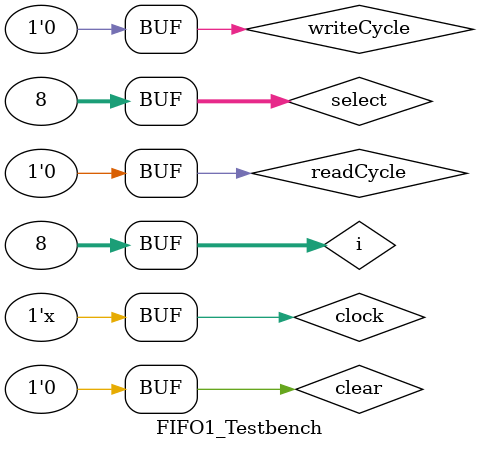
<source format=v>

/*
	Simulation system asserts hard "Clear" for first 100ns
*/	



/*
    FIFO_Testbench - test empty/full logic
*/

`timescale 1ns / 1ps

module FIFO1_Testbench;

    localparam DataWidth = 8; 

    reg  [DataWidth-1:0] testPatterns [0:15];
    wire [DataWidth-1:0] readData;
    reg  clock = 0;
    reg  clear = 0;
    wire empty, full;
    reg  writeCycle = 0;
    reg  readCycle = 0;
    
    integer  select = 0;
    integer i;
    
    FIFO1 #(.DataWidth (DataWidth),
            .AddrWidth (4))
        U1 (.Clk (clock),
            .Clr (clear),
            .Empty (empty),
            .Full (full),
            .WriteData (testPatterns [select]),
            .ReadData (readData),
            .WriteCycle (writeCycle),
            .ReadCycle (readCycle));  
  
    //
    // test bench initializations
    //    
    
    initial
    begin
        for (i=0; i<16; i=i+1)
            testPatterns [i] = 8'haa + 3 * i;
    end

    initial
    begin
        $display ("module: %m");

//        $monitor ($time, " ReadAddr = %d, WriteAddr = %d, NumberStored = %d, full = %d, fifo_empty = %d, Received = %x",
//                    U1.fifo.ReadAddr, U1.fifo.WriteAddr, U1.fifo.NumberStored, U1.fifo.Full, U1.fifo.Empty, ReceivedWord);
        
        
        clock = 1'b0;
        clear = 1'b1; // active high

        #20 clear = 1'b0; 
    end
    
    //
    // clock period
    //
    always
        #5 clock = ~clock; //toggle clk 
        

    //
    // test run
    //
    
    initial
    begin
        #62
        for (select=0; select<8; select=select+1)
        begin
            #100 writeCycle = 1;
            #10  writeCycle = 0;
        end
        
        for (i=0; i<8; i=i+1)
        begin
            #100 readCycle = 1;
            #10  readCycle = 0;
        end

        #100 writeCycle = 1;
        #10  writeCycle = 0;

        #100 readCycle = 1;
        #10  readCycle = 0;

        #100 readCycle = 1; // keep reading when empty
        #10  readCycle = 0;

        #100 readCycle = 1;
        #10  readCycle = 0;
    
    end
endmodule



</source>
